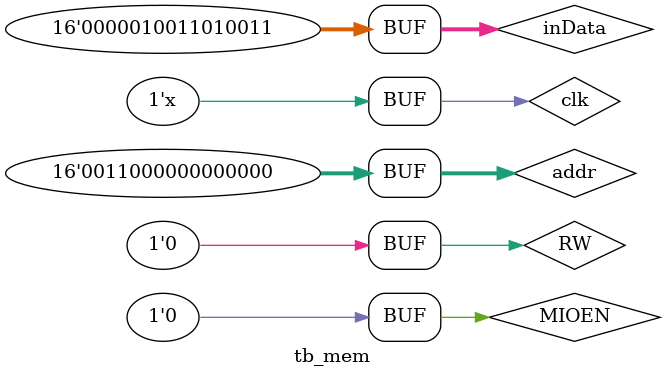
<source format=v>
`timescale 1ns / 1ps


module tb_mem;
    reg clk = 0;
    reg [15:0] addr = 0;
    reg [15:0] inData = 0;
    reg MIOEN = 0, RW = 0;
    wire [15:0] outData;
    wire R;

    Mem uut(
        .clk(clk),
        .addr(addr),
        .inData(inData),
        .MIOEN(MIOEN),
        .RW(RW),
        .outData(outData),
        .R(R)
        );
    
    always #5 clk = ~clk;
        
    initial begin
        inData = 1234;
        addr = 16'h3000;
        MIOEN = 1;
        RW = 1;
    #10
        inData = 1235;
        addr = 16'h3001;
        MIOEN = 1;
        RW = 1;
    #10
        addr = 16'h3000;
        MIOEN = 1;
        RW = 0;
    #10
        MIOEN = 0;
    end
    
endmodule

</source>
